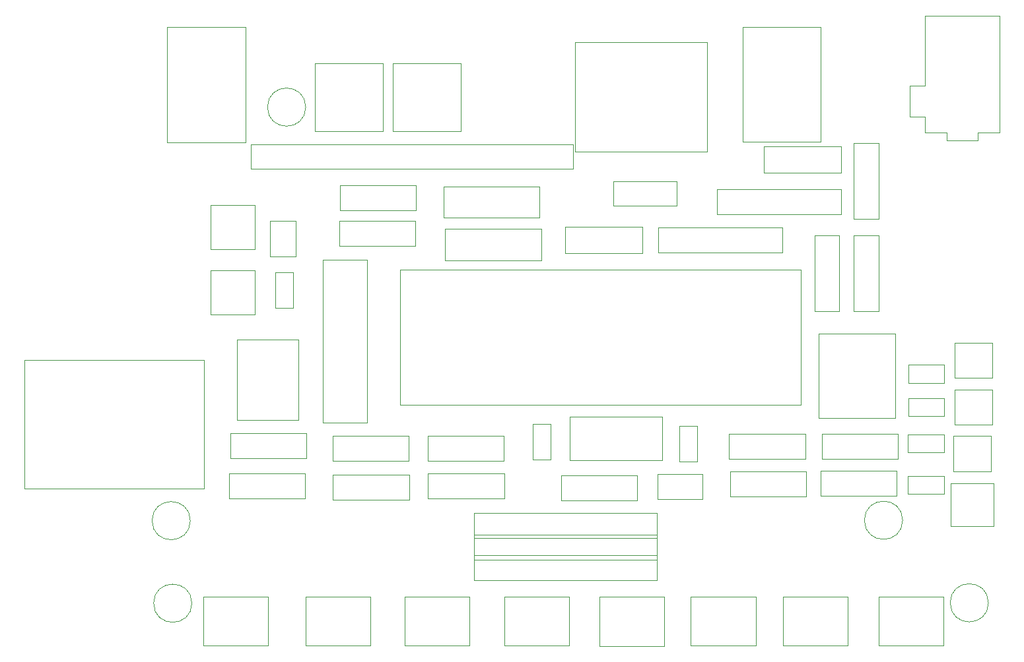
<source format=gbr>
G04 #@! TF.GenerationSoftware,KiCad,Pcbnew,5.0.2+dfsg1-1*
G04 #@! TF.CreationDate,2019-04-18T10:12:34+02:00*
G04 #@! TF.ProjectId,yaacwk,79616163-776b-42e6-9b69-6361645f7063,1.3*
G04 #@! TF.SameCoordinates,Original*
G04 #@! TF.FileFunction,Other,User*
%FSLAX46Y46*%
G04 Gerber Fmt 4.6, Leading zero omitted, Abs format (unit mm)*
G04 Created by KiCad (PCBNEW 5.0.2+dfsg1-1) date gio 18 apr 2019 10:12:34 CEST*
%MOMM*%
%LPD*%
G01*
G04 APERTURE LIST*
%ADD10C,0.050000*%
G04 APERTURE END LIST*
D10*
G04 #@! TO.C,J12*
X142500000Y-121400000D02*
X142500000Y-124600000D01*
X166000000Y-121400000D02*
X142500000Y-121400000D01*
X166000000Y-124600000D02*
X166000000Y-121400000D01*
X142500000Y-124600000D02*
X166000000Y-124600000D01*
G04 #@! TO.C,HOLE2*
X120950000Y-63850000D02*
G75*
G03X120950000Y-63850000I-2450000J0D01*
G01*
G04 #@! TO.C,HOLE4*
X197500000Y-116900000D02*
G75*
G03X197500000Y-116900000I-2450000J0D01*
G01*
G04 #@! TO.C,HOLE6*
X208500000Y-127500000D02*
G75*
G03X208500000Y-127500000I-2450000J0D01*
G01*
G04 #@! TO.C,HOLE5*
X106350000Y-127550000D02*
G75*
G03X106350000Y-127550000I-2450000J0D01*
G01*
G04 #@! TO.C,PS2CONN1*
X172460000Y-69550000D02*
X155460000Y-69550000D01*
X172460000Y-69550000D02*
X172460000Y-55500000D01*
X155460000Y-55500000D02*
X155460000Y-69550000D01*
X155460000Y-55500000D02*
X172460000Y-55500000D01*
G04 #@! TO.C,D1*
X209000000Y-98600000D02*
X209000000Y-94100000D01*
X209000000Y-94100000D02*
X204150000Y-94100000D01*
X204150000Y-94100000D02*
X204150000Y-98600000D01*
X204150000Y-98600000D02*
X209000000Y-98600000D01*
G04 #@! TO.C,D2*
X208850000Y-110600000D02*
X208850000Y-106100000D01*
X208850000Y-106100000D02*
X204000000Y-106100000D01*
X204000000Y-106100000D02*
X204000000Y-110600000D01*
X204000000Y-110600000D02*
X208850000Y-110600000D01*
G04 #@! TO.C,D3*
X209000000Y-104600000D02*
X209000000Y-100100000D01*
X209000000Y-100100000D02*
X204150000Y-100100000D01*
X204150000Y-100100000D02*
X204150000Y-104600000D01*
X204150000Y-104600000D02*
X209000000Y-104600000D01*
G04 #@! TO.C,IC1*
X133050000Y-102100000D02*
X184450000Y-102100000D01*
X184450000Y-102100000D02*
X184450000Y-84700000D01*
X184450000Y-84700000D02*
X133050000Y-84700000D01*
X133050000Y-84700000D02*
X133050000Y-102100000D01*
G04 #@! TO.C,IC2*
X196550000Y-92950000D02*
X186750000Y-92950000D01*
X196550000Y-103750000D02*
X196550000Y-92950000D01*
X186750000Y-103750000D02*
X196550000Y-103750000D01*
X186750000Y-92950000D02*
X186750000Y-103750000D01*
G04 #@! TO.C,L1*
X138850000Y-79500000D02*
X138850000Y-83500000D01*
X138850000Y-83500000D02*
X151150000Y-83500000D01*
X151150000Y-83500000D02*
X151150000Y-79500000D01*
X151150000Y-79500000D02*
X138850000Y-79500000D01*
G04 #@! TO.C,L2*
X138650000Y-74050000D02*
X138650000Y-78050000D01*
X138650000Y-78050000D02*
X150950000Y-78050000D01*
X150950000Y-78050000D02*
X150950000Y-74050000D01*
X150950000Y-74050000D02*
X138650000Y-74050000D01*
G04 #@! TO.C,R1*
X120900000Y-110900000D02*
X111150000Y-110900000D01*
X120900000Y-114100000D02*
X120900000Y-110900000D01*
X111150000Y-114100000D02*
X120900000Y-114100000D01*
X111150000Y-110900000D02*
X111150000Y-114100000D01*
G04 #@! TO.C,R2*
X121050000Y-105700000D02*
X111300000Y-105700000D01*
X121050000Y-108900000D02*
X121050000Y-105700000D01*
X111300000Y-108900000D02*
X121050000Y-108900000D01*
X111300000Y-105700000D02*
X111300000Y-108900000D01*
G04 #@! TO.C,R3*
X134200000Y-111050000D02*
X124450000Y-111050000D01*
X134200000Y-114250000D02*
X134200000Y-111050000D01*
X124450000Y-114250000D02*
X134200000Y-114250000D01*
X124450000Y-111050000D02*
X124450000Y-114250000D01*
G04 #@! TO.C,R4*
X134150000Y-106050000D02*
X124400000Y-106050000D01*
X134150000Y-109250000D02*
X134150000Y-106050000D01*
X124400000Y-109250000D02*
X134150000Y-109250000D01*
X124400000Y-106050000D02*
X124400000Y-109250000D01*
G04 #@! TO.C,R5*
X136650000Y-110900000D02*
X136650000Y-114100000D01*
X136650000Y-114100000D02*
X146400000Y-114100000D01*
X146400000Y-114100000D02*
X146400000Y-110900000D01*
X146400000Y-110900000D02*
X136650000Y-110900000D01*
G04 #@! TO.C,R6*
X191200000Y-78200000D02*
X194400000Y-78200000D01*
X194400000Y-78200000D02*
X194400000Y-68450000D01*
X194400000Y-68450000D02*
X191200000Y-68450000D01*
X191200000Y-68450000D02*
X191200000Y-78200000D01*
G04 #@! TO.C,R7*
X196700000Y-113750000D02*
X196700000Y-110550000D01*
X196700000Y-110550000D02*
X186950000Y-110550000D01*
X186950000Y-110550000D02*
X186950000Y-113750000D01*
X186950000Y-113750000D02*
X196700000Y-113750000D01*
G04 #@! TO.C,R8*
X191200000Y-80300000D02*
X191200000Y-90050000D01*
X194400000Y-80300000D02*
X191200000Y-80300000D01*
X194400000Y-90050000D02*
X194400000Y-80300000D01*
X191200000Y-90050000D02*
X194400000Y-90050000D01*
G04 #@! TO.C,R9*
X196900000Y-109000000D02*
X196900000Y-105800000D01*
X196900000Y-105800000D02*
X187150000Y-105800000D01*
X187150000Y-105800000D02*
X187150000Y-109000000D01*
X187150000Y-109000000D02*
X196900000Y-109000000D01*
G04 #@! TO.C,R10*
X189400000Y-80350000D02*
X186200000Y-80350000D01*
X186200000Y-80350000D02*
X186200000Y-90100000D01*
X186200000Y-90100000D02*
X189400000Y-90100000D01*
X189400000Y-90100000D02*
X189400000Y-80350000D01*
G04 #@! TO.C,R11*
X175250000Y-105800000D02*
X175250000Y-109000000D01*
X175250000Y-109000000D02*
X185000000Y-109000000D01*
X185000000Y-109000000D02*
X185000000Y-105800000D01*
X185000000Y-105800000D02*
X175250000Y-105800000D01*
G04 #@! TO.C,R12*
X125350000Y-73900000D02*
X125350000Y-77100000D01*
X125350000Y-77100000D02*
X135100000Y-77100000D01*
X135100000Y-77100000D02*
X135100000Y-73900000D01*
X135100000Y-73900000D02*
X125350000Y-73900000D01*
G04 #@! TO.C,R13*
X125250000Y-78500000D02*
X125250000Y-81700000D01*
X125250000Y-81700000D02*
X135000000Y-81700000D01*
X135000000Y-81700000D02*
X135000000Y-78500000D01*
X135000000Y-78500000D02*
X125250000Y-78500000D01*
G04 #@! TO.C,Y1*
X166700000Y-109200000D02*
X166700000Y-103600000D01*
X166700000Y-103600000D02*
X154800000Y-103600000D01*
X154800000Y-103600000D02*
X154800000Y-109200000D01*
X154800000Y-109200000D02*
X166700000Y-109200000D01*
G04 #@! TO.C,D5*
X164150000Y-82600000D02*
X164150000Y-79200000D01*
X164150000Y-79200000D02*
X154200000Y-79200000D01*
X154200000Y-79200000D02*
X154200000Y-82600000D01*
X154200000Y-82600000D02*
X164150000Y-82600000D01*
G04 #@! TO.C,D6*
X179700000Y-68900000D02*
X179700000Y-72300000D01*
X179700000Y-72300000D02*
X189650000Y-72300000D01*
X189650000Y-72300000D02*
X189650000Y-68900000D01*
X189650000Y-68900000D02*
X179700000Y-68900000D01*
G04 #@! TO.C,J6*
X173700000Y-74400000D02*
X173700000Y-77600000D01*
X189600000Y-74400000D02*
X173700000Y-74400000D01*
X189600000Y-77600000D02*
X189600000Y-74400000D01*
X173700000Y-77600000D02*
X189600000Y-77600000D01*
G04 #@! TO.C,SW6*
X171800000Y-111000000D02*
X166100000Y-111000000D01*
X166100000Y-111000000D02*
X166100000Y-114200000D01*
X166100000Y-114200000D02*
X171800000Y-114200000D01*
X171800000Y-114200000D02*
X171800000Y-111000000D01*
G04 #@! TO.C,J2*
X103204000Y-68370000D02*
X113204000Y-68370000D01*
X103204000Y-53570000D02*
X113204000Y-53570000D01*
X103204000Y-53570000D02*
X103204000Y-68370000D01*
X113204000Y-53570000D02*
X113204000Y-68370000D01*
G04 #@! TO.C,LCDPot2*
X112150000Y-93700000D02*
X112150000Y-104050000D01*
X112150000Y-104050000D02*
X120050000Y-104050000D01*
X120050000Y-104050000D02*
X120050000Y-93700000D01*
X120050000Y-93700000D02*
X112150000Y-93700000D01*
G04 #@! TO.C,DS1*
X113900000Y-71800000D02*
X155200000Y-71800000D01*
X155200000Y-71800000D02*
X155200000Y-68600000D01*
X155200000Y-68600000D02*
X113900000Y-68600000D01*
X113900000Y-68600000D02*
X113900000Y-71800000D01*
G04 #@! TO.C,J7*
X182050000Y-79300000D02*
X166150000Y-79300000D01*
X166150000Y-79300000D02*
X166150000Y-82500000D01*
X166150000Y-82500000D02*
X182050000Y-82500000D01*
X182050000Y-82500000D02*
X182050000Y-79300000D01*
G04 #@! TO.C,J9*
X168569000Y-73340000D02*
X160369000Y-73340000D01*
X160369000Y-73340000D02*
X160369000Y-76540000D01*
X160369000Y-76540000D02*
X168569000Y-76540000D01*
X168569000Y-76540000D02*
X168569000Y-73340000D01*
G04 #@! TO.C,J1*
X209650000Y-67100000D02*
X209900000Y-67100000D01*
X209900000Y-67100000D02*
X209900000Y-52100000D01*
X209650000Y-67100000D02*
X207150000Y-67100000D01*
X207150000Y-67100000D02*
X207150000Y-68100000D01*
X207150000Y-68100000D02*
X203150000Y-68100000D01*
X203150000Y-68100000D02*
X203150000Y-67100000D01*
X203150000Y-67100000D02*
X200400000Y-67100000D01*
X200400000Y-67100000D02*
X200400000Y-65100000D01*
X200400000Y-65100000D02*
X198400000Y-65100000D01*
X198400000Y-65100000D02*
X198400000Y-61100000D01*
X198400000Y-61100000D02*
X200400000Y-61100000D01*
X200400000Y-61100000D02*
X200400000Y-52100000D01*
X200400000Y-52100000D02*
X209900000Y-52100000D01*
G04 #@! TO.C,C14*
X122150000Y-66950000D02*
X130850000Y-66950000D01*
X130850000Y-66950000D02*
X130850000Y-58250000D01*
X130850000Y-58250000D02*
X122150000Y-58250000D01*
X122150000Y-58250000D02*
X122150000Y-66950000D01*
G04 #@! TO.C,C16*
X132150000Y-66950000D02*
X140850000Y-66950000D01*
X140850000Y-66950000D02*
X140850000Y-58250000D01*
X140850000Y-58250000D02*
X132150000Y-58250000D01*
X132150000Y-58250000D02*
X132150000Y-66950000D01*
G04 #@! TO.C,R14*
X136600000Y-106100000D02*
X136600000Y-109300000D01*
X136600000Y-109300000D02*
X146350000Y-109300000D01*
X146350000Y-109300000D02*
X146350000Y-106100000D01*
X146350000Y-106100000D02*
X136600000Y-106100000D01*
G04 #@! TO.C,R15*
X153700000Y-111150000D02*
X153700000Y-114350000D01*
X153700000Y-114350000D02*
X163450000Y-114350000D01*
X163450000Y-114350000D02*
X163450000Y-111150000D01*
X163450000Y-111150000D02*
X153700000Y-111150000D01*
G04 #@! TO.C,R16*
X175350000Y-110650000D02*
X175350000Y-113850000D01*
X175350000Y-113850000D02*
X185100000Y-113850000D01*
X185100000Y-113850000D02*
X185100000Y-110650000D01*
X185100000Y-110650000D02*
X175350000Y-110650000D01*
G04 #@! TO.C,SpeedPot1*
X84900000Y-112850000D02*
X107900000Y-112850000D01*
X84900000Y-96350000D02*
X84900000Y-112850000D01*
X107900000Y-96350000D02*
X84900000Y-96350000D01*
X107900000Y-112850000D02*
X107900000Y-96350000D01*
G04 #@! TO.C,D4*
X209150000Y-117650000D02*
X209150000Y-112150000D01*
X209150000Y-112150000D02*
X203700000Y-112150000D01*
X203700000Y-112150000D02*
X203700000Y-117650000D01*
X203700000Y-117650000D02*
X209150000Y-117650000D01*
G04 #@! TO.C,C3*
X198250000Y-99250000D02*
X202850000Y-99250000D01*
X198250000Y-96950000D02*
X198250000Y-99250000D01*
X202850000Y-96950000D02*
X198250000Y-96950000D01*
X202850000Y-99250000D02*
X202850000Y-96950000D01*
G04 #@! TO.C,C2*
X198250000Y-103500000D02*
X202850000Y-103500000D01*
X198250000Y-101200000D02*
X198250000Y-103500000D01*
X202850000Y-101200000D02*
X198250000Y-101200000D01*
X202850000Y-103500000D02*
X202850000Y-101200000D01*
G04 #@! TO.C,C10*
X171150000Y-104750000D02*
X168850000Y-104750000D01*
X168850000Y-104750000D02*
X168850000Y-109350000D01*
X168850000Y-109350000D02*
X171150000Y-109350000D01*
X171150000Y-109350000D02*
X171150000Y-104750000D01*
G04 #@! TO.C,C11*
X152350000Y-104550000D02*
X150050000Y-104550000D01*
X150050000Y-104550000D02*
X150050000Y-109150000D01*
X150050000Y-109150000D02*
X152350000Y-109150000D01*
X152350000Y-109150000D02*
X152350000Y-104550000D01*
G04 #@! TO.C,C1*
X117050000Y-89650000D02*
X119350000Y-89650000D01*
X119350000Y-89650000D02*
X119350000Y-85050000D01*
X119350000Y-85050000D02*
X117050000Y-85050000D01*
X117050000Y-85050000D02*
X117050000Y-89650000D01*
G04 #@! TO.C,C12*
X119650000Y-78450000D02*
X116350000Y-78450000D01*
X116350000Y-78450000D02*
X116350000Y-83050000D01*
X116350000Y-83050000D02*
X119650000Y-83050000D01*
X119650000Y-83050000D02*
X119650000Y-78450000D01*
G04 #@! TO.C,C13*
X114450000Y-76400000D02*
X108750000Y-76400000D01*
X108750000Y-76400000D02*
X108750000Y-82100000D01*
X108750000Y-82100000D02*
X114450000Y-82100000D01*
X114450000Y-82100000D02*
X114450000Y-76400000D01*
G04 #@! TO.C,C15*
X114450000Y-84800000D02*
X108750000Y-84800000D01*
X108750000Y-84800000D02*
X108750000Y-90500000D01*
X108750000Y-90500000D02*
X114450000Y-90500000D01*
X114450000Y-90500000D02*
X114450000Y-84800000D01*
G04 #@! TO.C,C4*
X202800000Y-108150000D02*
X202800000Y-105850000D01*
X202800000Y-105850000D02*
X198200000Y-105850000D01*
X198200000Y-105850000D02*
X198200000Y-108150000D01*
X198200000Y-108150000D02*
X202800000Y-108150000D01*
G04 #@! TO.C,C5*
X202800000Y-113500000D02*
X202800000Y-111200000D01*
X202800000Y-111200000D02*
X198200000Y-111200000D01*
X198200000Y-111200000D02*
X198200000Y-113500000D01*
X198200000Y-113500000D02*
X202800000Y-113500000D01*
G04 #@! TO.C,J8*
X128850000Y-104350000D02*
X128850000Y-83450000D01*
X128850000Y-83450000D02*
X123150000Y-83450000D01*
X123150000Y-83450000D02*
X123150000Y-104350000D01*
X123150000Y-104350000D02*
X128850000Y-104350000D01*
G04 #@! TO.C,SW1*
X116150000Y-131850000D02*
X116150000Y-133000000D01*
X116150000Y-133000000D02*
X114550000Y-133000000D01*
X116150000Y-131850000D02*
X116150000Y-126700000D01*
X116150000Y-126700000D02*
X107850000Y-126700000D01*
X107850000Y-126700000D02*
X107850000Y-133000000D01*
X107850000Y-133000000D02*
X114550000Y-133000000D01*
G04 #@! TO.C,SW2*
X129250000Y-131850000D02*
X129250000Y-133000000D01*
X129250000Y-133000000D02*
X127650000Y-133000000D01*
X129250000Y-131850000D02*
X129250000Y-126700000D01*
X129250000Y-126700000D02*
X120950000Y-126700000D01*
X120950000Y-126700000D02*
X120950000Y-133000000D01*
X120950000Y-133000000D02*
X127650000Y-133000000D01*
G04 #@! TO.C,SW3*
X141950000Y-131850000D02*
X141950000Y-133000000D01*
X141950000Y-133000000D02*
X140350000Y-133000000D01*
X141950000Y-131850000D02*
X141950000Y-126700000D01*
X141950000Y-126700000D02*
X133650000Y-126700000D01*
X133650000Y-126700000D02*
X133650000Y-133000000D01*
X133650000Y-133000000D02*
X140350000Y-133000000D01*
G04 #@! TO.C,SW4*
X146450000Y-133000000D02*
X153150000Y-133000000D01*
X146450000Y-126700000D02*
X146450000Y-133000000D01*
X154750000Y-126700000D02*
X146450000Y-126700000D01*
X154750000Y-131850000D02*
X154750000Y-126700000D01*
X154750000Y-133000000D02*
X153150000Y-133000000D01*
X154750000Y-131850000D02*
X154750000Y-133000000D01*
G04 #@! TO.C,SW5*
X158600000Y-133050000D02*
X165300000Y-133050000D01*
X158600000Y-126750000D02*
X158600000Y-133050000D01*
X166900000Y-126750000D02*
X158600000Y-126750000D01*
X166900000Y-131900000D02*
X166900000Y-126750000D01*
X166900000Y-133050000D02*
X165300000Y-133050000D01*
X166900000Y-131900000D02*
X166900000Y-133050000D01*
G04 #@! TO.C,SW7*
X170350000Y-133000000D02*
X177050000Y-133000000D01*
X170350000Y-126700000D02*
X170350000Y-133000000D01*
X178650000Y-126700000D02*
X170350000Y-126700000D01*
X178650000Y-131850000D02*
X178650000Y-126700000D01*
X178650000Y-133000000D02*
X177050000Y-133000000D01*
X178650000Y-131850000D02*
X178650000Y-133000000D01*
G04 #@! TO.C,SW8*
X182200000Y-133000000D02*
X188900000Y-133000000D01*
X182200000Y-126700000D02*
X182200000Y-133000000D01*
X190500000Y-126700000D02*
X182200000Y-126700000D01*
X190500000Y-131850000D02*
X190500000Y-126700000D01*
X190500000Y-133000000D02*
X188900000Y-133000000D01*
X190500000Y-131850000D02*
X190500000Y-133000000D01*
G04 #@! TO.C,SW9*
X194400000Y-133000000D02*
X201100000Y-133000000D01*
X194400000Y-126700000D02*
X194400000Y-133000000D01*
X202700000Y-126700000D02*
X194400000Y-126700000D01*
X202700000Y-131850000D02*
X202700000Y-126700000D01*
X202700000Y-133000000D02*
X201100000Y-133000000D01*
X202700000Y-131850000D02*
X202700000Y-133000000D01*
G04 #@! TO.C,J10*
X142500000Y-119200000D02*
X166000000Y-119200000D01*
X166000000Y-119200000D02*
X166000000Y-116000000D01*
X166000000Y-116000000D02*
X142500000Y-116000000D01*
X142500000Y-116000000D02*
X142500000Y-119200000D01*
G04 #@! TO.C,J11*
X142500000Y-122000000D02*
X166000000Y-122000000D01*
X166000000Y-122000000D02*
X166000000Y-118800000D01*
X166000000Y-118800000D02*
X142500000Y-118800000D01*
X142500000Y-118800000D02*
X142500000Y-122000000D01*
G04 #@! TO.C,HOLE3*
X106150000Y-116950000D02*
G75*
G03X106150000Y-116950000I-2450000J0D01*
G01*
G04 #@! TO.C,J5*
X187000000Y-53540000D02*
X187000000Y-68340000D01*
X177000000Y-53540000D02*
X177000000Y-68340000D01*
X177000000Y-53540000D02*
X187000000Y-53540000D01*
X177000000Y-68340000D02*
X187000000Y-68340000D01*
G04 #@! TD*
M02*

</source>
